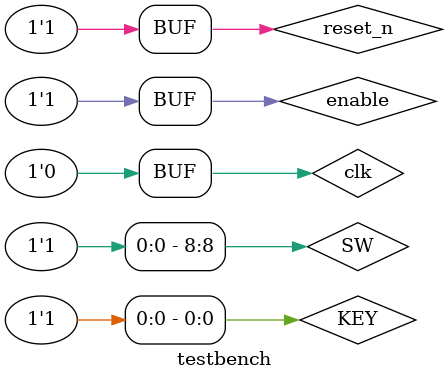
<source format=v>

`timescale 1ns/1ps

module testbench(
);



/////////////////////////////////////////////////
// ========== Control de la simulacion ===========
/////////////////////////////////////////////////

reg clk;
wire [9:0] SW;
wire [3:0] KEY;
wire [9:0] LEDR;
wire [0:6] HEX0;
wire [0:6] HEX1;
wire [0:6] HEX2;
wire [0:6] HEX3;
wire [0:6] HEX4;
wire [0:6] HEX5;


// Esto genera un clock de periodo=20ns (50 MHz)
always 
begin
	clk = 1'b1; 
  	#10; // high for 20 * timescale = 20 ns

  	clk = 1'b0;
  	#10; // low for 20 * timescale = 20 ns
end

reg enable,reset_n;
initial 
begin
	reset_n = 0;
	#100
	reset_n = 1;
	enable= 1;	
	
	// Si queremos que corte...
	// 8192*128*20ns + 1000ns (x las dudas)
	//#1310720
	//enable=0;
	//reset_n = 0;
	//#100
	//enable=1;
	//reset_n = 1;
	
end

assign KEY[0] = reset_n;
assign SW[8] = enable;

wire [15:0] A_li;
wire [15:0] A_ca_li;


coherent_average_tb ca_inst(

	////////// CLK /////////
	.CLOCK_50(clk),
	
	 ///////// SW /////////
    .SW(SW),
	
	///////// KEYS ////////
	.KEY(KEY),
	
	///////// LED /////////
	.LEDR(LEDR),
	
	///////// HEX0 /////////
    .HEX0(HEX0),

   ///////// HEX1 /////////
    .HEX1(HEX1),

   ///////// HEX2 /////////
    .HEX2(HEX2),

   ///////// HEX3 /////////
    .HEX3(HEX3),

   ///////// HEX4 /////////
    .HEX4(HEX4),

   ///////// HEX5 /////////
    .HEX5(HEX5),
	
	.A_li(A_li),
	.A_ca_li(A_ca_li)
);


endmodule

</source>
